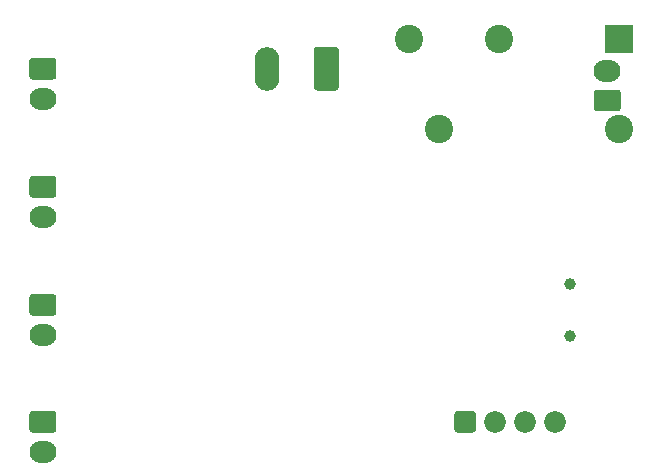
<source format=gbr>
%TF.GenerationSoftware,KiCad,Pcbnew,(5.1.7)-1*%
%TF.CreationDate,2020-10-05T16:07:03+02:00*%
%TF.ProjectId,Templogger,54656d70-6c6f-4676-9765-722e6b696361,rev?*%
%TF.SameCoordinates,Original*%
%TF.FileFunction,Soldermask,Bot*%
%TF.FilePolarity,Negative*%
%FSLAX46Y46*%
G04 Gerber Fmt 4.6, Leading zero omitted, Abs format (unit mm)*
G04 Created by KiCad (PCBNEW (5.1.7)-1) date 2020-10-05 16:07:03*
%MOMM*%
%LPD*%
G01*
G04 APERTURE LIST*
%ADD10C,1.840000*%
%ADD11O,2.290000X1.840000*%
%ADD12C,2.400000*%
%ADD13C,1.000000*%
%ADD14O,2.100000X3.700000*%
G04 APERTURE END LIST*
D10*
%TO.C,J9*%
X144380000Y-109900000D03*
X141840000Y-109900000D03*
X139300000Y-109900000D03*
G36*
G01*
X135840000Y-110555634D02*
X135840000Y-109244366D01*
G75*
G02*
X136104366Y-108980000I264366J0D01*
G01*
X137415634Y-108980000D01*
G75*
G02*
X137680000Y-109244366I0J-264366D01*
G01*
X137680000Y-110555634D01*
G75*
G02*
X137415634Y-110820000I-264366J0D01*
G01*
X136104366Y-110820000D01*
G75*
G02*
X135840000Y-110555634I0J264366D01*
G01*
G37*
%TD*%
D11*
%TO.C,J8*%
X148800000Y-80160000D03*
G36*
G01*
X149680634Y-83620000D02*
X147919366Y-83620000D01*
G75*
G02*
X147655000Y-83355634I0J264366D01*
G01*
X147655000Y-82044366D01*
G75*
G02*
X147919366Y-81780000I264366J0D01*
G01*
X149680634Y-81780000D01*
G75*
G02*
X149945000Y-82044366I0J-264366D01*
G01*
X149945000Y-83355634D01*
G75*
G02*
X149680634Y-83620000I-264366J0D01*
G01*
G37*
%TD*%
D12*
%TO.C,K1*%
X149780000Y-85120000D03*
X134540000Y-85120000D03*
X132000000Y-77500000D03*
X139620000Y-77500000D03*
G36*
G01*
X148580000Y-78650000D02*
X148580000Y-76350000D01*
G75*
G02*
X148630000Y-76300000I50000J0D01*
G01*
X150930000Y-76300000D01*
G75*
G02*
X150980000Y-76350000I0J-50000D01*
G01*
X150980000Y-78650000D01*
G75*
G02*
X150930000Y-78700000I-50000J0D01*
G01*
X148630000Y-78700000D01*
G75*
G02*
X148580000Y-78650000I0J50000D01*
G01*
G37*
%TD*%
D13*
%TO.C,J7*%
X145600000Y-98200000D03*
X145600000Y-102600000D03*
%TD*%
D14*
%TO.C,J5*%
X120000000Y-80000000D03*
G36*
G01*
X126050000Y-78412500D02*
X126050000Y-81587500D01*
G75*
G02*
X125787500Y-81850000I-262500J0D01*
G01*
X124212500Y-81850000D01*
G75*
G02*
X123950000Y-81587500I0J262500D01*
G01*
X123950000Y-78412500D01*
G75*
G02*
X124212500Y-78150000I262500J0D01*
G01*
X125787500Y-78150000D01*
G75*
G02*
X126050000Y-78412500I0J-262500D01*
G01*
G37*
%TD*%
D11*
%TO.C,J4*%
X101000000Y-112440000D03*
G36*
G01*
X100119366Y-108980000D02*
X101880634Y-108980000D01*
G75*
G02*
X102145000Y-109244366I0J-264366D01*
G01*
X102145000Y-110555634D01*
G75*
G02*
X101880634Y-110820000I-264366J0D01*
G01*
X100119366Y-110820000D01*
G75*
G02*
X99855000Y-110555634I0J264366D01*
G01*
X99855000Y-109244366D01*
G75*
G02*
X100119366Y-108980000I264366J0D01*
G01*
G37*
%TD*%
%TO.C,J3*%
X101000000Y-102540000D03*
G36*
G01*
X100119366Y-99080000D02*
X101880634Y-99080000D01*
G75*
G02*
X102145000Y-99344366I0J-264366D01*
G01*
X102145000Y-100655634D01*
G75*
G02*
X101880634Y-100920000I-264366J0D01*
G01*
X100119366Y-100920000D01*
G75*
G02*
X99855000Y-100655634I0J264366D01*
G01*
X99855000Y-99344366D01*
G75*
G02*
X100119366Y-99080000I264366J0D01*
G01*
G37*
%TD*%
%TO.C,J2*%
X101000000Y-92540000D03*
G36*
G01*
X100119366Y-89080000D02*
X101880634Y-89080000D01*
G75*
G02*
X102145000Y-89344366I0J-264366D01*
G01*
X102145000Y-90655634D01*
G75*
G02*
X101880634Y-90920000I-264366J0D01*
G01*
X100119366Y-90920000D01*
G75*
G02*
X99855000Y-90655634I0J264366D01*
G01*
X99855000Y-89344366D01*
G75*
G02*
X100119366Y-89080000I264366J0D01*
G01*
G37*
%TD*%
%TO.C,J1*%
X101000000Y-82540000D03*
G36*
G01*
X100119366Y-79080000D02*
X101880634Y-79080000D01*
G75*
G02*
X102145000Y-79344366I0J-264366D01*
G01*
X102145000Y-80655634D01*
G75*
G02*
X101880634Y-80920000I-264366J0D01*
G01*
X100119366Y-80920000D01*
G75*
G02*
X99855000Y-80655634I0J264366D01*
G01*
X99855000Y-79344366D01*
G75*
G02*
X100119366Y-79080000I264366J0D01*
G01*
G37*
%TD*%
M02*

</source>
